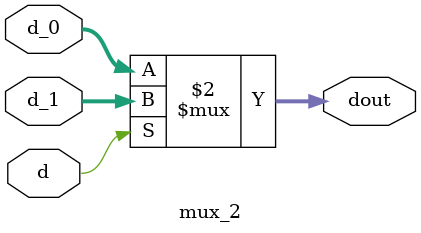
<source format=v>
module mux_2
#(parameter WIDTH=8)
(
    input  [WIDTH-1: 0]  d_0,
    input  [WIDTH-1: 0]  d_1,
    input                d,
    output [WIDTH-1: 0]  dout
);

assign dout = (d==1'b1)? d_1: d_0;

endmodule

</source>
